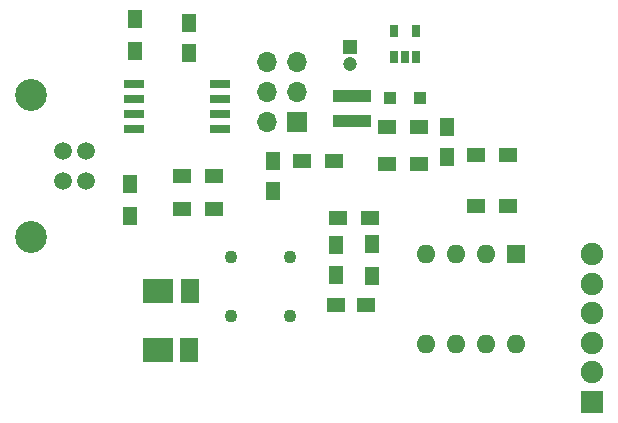
<source format=gbr>
G04 #@! TF.FileFunction,Soldermask,Top*
%FSLAX46Y46*%
G04 Gerber Fmt 4.6, Leading zero omitted, Abs format (unit mm)*
G04 Created by KiCad (PCBNEW 4.0.4-stable) date 01/28/17 21:45:27*
%MOMM*%
%LPD*%
G01*
G04 APERTURE LIST*
%ADD10C,0.100000*%
%ADD11R,1.900000X1.900000*%
%ADD12C,1.900000*%
%ADD13R,1.600000X1.600000*%
%ADD14O,1.600000X1.600000*%
%ADD15R,2.500000X2.100000*%
%ADD16R,1.500000X2.100000*%
%ADD17R,0.650000X1.060000*%
%ADD18R,1.500000X1.300000*%
%ADD19R,1.250000X1.500000*%
%ADD20R,1.300000X1.500000*%
%ADD21R,1.200000X1.200000*%
%ADD22C,1.200000*%
%ADD23R,1.000000X1.000000*%
%ADD24R,1.700000X0.650000*%
%ADD25R,1.500000X1.250000*%
%ADD26C,1.100000*%
%ADD27C,1.520000*%
%ADD28C,2.700000*%
%ADD29R,1.700000X1.700000*%
%ADD30O,1.700000X1.700000*%
%ADD31R,3.200000X1.100000*%
G04 APERTURE END LIST*
D10*
D11*
X162427920Y-146248120D03*
D12*
X162427920Y-143748120D03*
X162427920Y-141248120D03*
X162427920Y-138748120D03*
X162427920Y-136248120D03*
X162427920Y-133748120D03*
D13*
X155956000Y-133731000D03*
D14*
X148336000Y-141351000D03*
X153416000Y-133731000D03*
X150876000Y-141351000D03*
X150876000Y-133731000D03*
X153416000Y-141351000D03*
X148336000Y-133731000D03*
X155956000Y-141351000D03*
D15*
X125690320Y-136900920D03*
D16*
X128350320Y-136900920D03*
D15*
X125639520Y-141879320D03*
D16*
X128299520Y-141879320D03*
D17*
X145608000Y-117051000D03*
X146558000Y-117051000D03*
X147508000Y-117051000D03*
X147508000Y-114851000D03*
X145608000Y-114851000D03*
D18*
X155274000Y-125349000D03*
X152574000Y-125349000D03*
X155274000Y-129667000D03*
X152574000Y-129667000D03*
X143590000Y-130683000D03*
X140890000Y-130683000D03*
X140542000Y-125857000D03*
X137842000Y-125857000D03*
D19*
X150114000Y-122996640D03*
X150114000Y-125496640D03*
X140716000Y-132989000D03*
X140716000Y-135489000D03*
X135382000Y-125877000D03*
X135382000Y-128377000D03*
X128270000Y-114193000D03*
X128270000Y-116693000D03*
D20*
X123261120Y-130503920D03*
X123261120Y-127803920D03*
D18*
X145081000Y-122966480D03*
X147781000Y-122966480D03*
X147781000Y-126151640D03*
X145081000Y-126151640D03*
X130382000Y-127127000D03*
X127682000Y-127127000D03*
X130382000Y-129921000D03*
X127682000Y-129921000D03*
D21*
X141930120Y-116174520D03*
D22*
X141930120Y-117674520D03*
D23*
X147808000Y-120523000D03*
X145308000Y-120523000D03*
D20*
X123698000Y-113839000D03*
X123698000Y-116539000D03*
D24*
X123604000Y-119380000D03*
X123604000Y-120650000D03*
X123604000Y-121920000D03*
X123604000Y-123190000D03*
X130904000Y-123190000D03*
X130904000Y-121920000D03*
X130904000Y-120650000D03*
X130904000Y-119380000D03*
D25*
X143236000Y-138049000D03*
X140736000Y-138049000D03*
D20*
X143764000Y-132889000D03*
X143764000Y-135589000D03*
D26*
X131826000Y-133985000D03*
X136826000Y-138985000D03*
X136826000Y-133985000D03*
X131826000Y-138985000D03*
D27*
X119578120Y-125039120D03*
X119578120Y-127579120D03*
X117578120Y-127579120D03*
X117578120Y-125039120D03*
D28*
X114878120Y-120309120D03*
X114878120Y-132309120D03*
D29*
X137459720Y-122600720D03*
D30*
X134919720Y-122600720D03*
X137459720Y-120060720D03*
X134919720Y-120060720D03*
X137459720Y-117520720D03*
X134919720Y-117520720D03*
D31*
X142057120Y-122507720D03*
X142057120Y-120407720D03*
M02*

</source>
